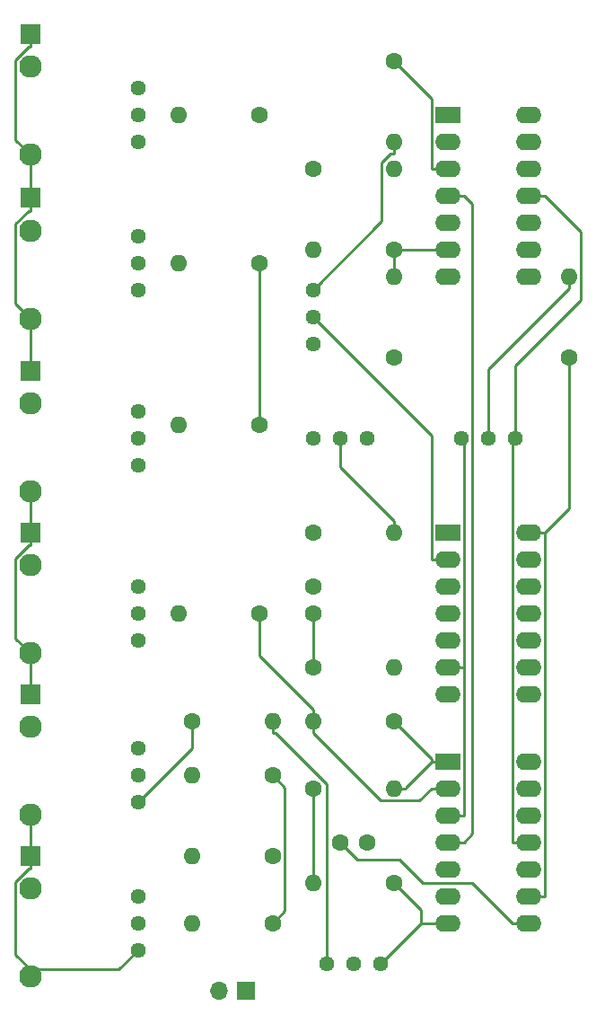
<source format=gtl>
%TF.GenerationSoftware,KiCad,Pcbnew,(5.1.12)-1*%
%TF.CreationDate,2021-11-21T15:36:10-08:00*%
%TF.ProjectId,VCF,5643462e-6b69-4636-9164-5f7063625858,rev?*%
%TF.SameCoordinates,Original*%
%TF.FileFunction,Copper,L1,Top*%
%TF.FilePolarity,Positive*%
%FSLAX46Y46*%
G04 Gerber Fmt 4.6, Leading zero omitted, Abs format (unit mm)*
G04 Created by KiCad (PCBNEW (5.1.12)-1) date 2021-11-21 15:36:10*
%MOMM*%
%LPD*%
G01*
G04 APERTURE LIST*
%TA.AperFunction,ComponentPad*%
%ADD10O,2.400000X1.600000*%
%TD*%
%TA.AperFunction,ComponentPad*%
%ADD11R,2.400000X1.600000*%
%TD*%
%TA.AperFunction,ComponentPad*%
%ADD12C,1.440000*%
%TD*%
%TA.AperFunction,ComponentPad*%
%ADD13O,1.600000X1.600000*%
%TD*%
%TA.AperFunction,ComponentPad*%
%ADD14C,1.600000*%
%TD*%
%TA.AperFunction,ComponentPad*%
%ADD15C,2.130000*%
%TD*%
%TA.AperFunction,ComponentPad*%
%ADD16R,1.930000X1.830000*%
%TD*%
%TA.AperFunction,ComponentPad*%
%ADD17O,1.700000X1.700000*%
%TD*%
%TA.AperFunction,ComponentPad*%
%ADD18R,1.700000X1.700000*%
%TD*%
%TA.AperFunction,Conductor*%
%ADD19C,0.250000*%
%TD*%
G04 APERTURE END LIST*
D10*
%TO.P,U2,14*%
%TO.N,N/C*%
X116840000Y-104140000D03*
%TO.P,U2,7*%
%TO.N,Net-(R17-Pad1)*%
X109220000Y-119380000D03*
%TO.P,U2,13*%
%TO.N,N/C*%
X116840000Y-106680000D03*
%TO.P,U2,6*%
%TO.N,Net-(R17-Pad2)*%
X109220000Y-116840000D03*
%TO.P,U2,12*%
%TO.N,N/C*%
X116840000Y-109220000D03*
%TO.P,U2,5*%
%TO.N,GND*%
X109220000Y-114300000D03*
%TO.P,U2,11*%
%TO.N,-12V*%
X116840000Y-111760000D03*
%TO.P,U2,4*%
%TO.N,+12V*%
X109220000Y-111760000D03*
%TO.P,U2,10*%
%TO.N,GND*%
X116840000Y-114300000D03*
%TO.P,U2,3*%
X109220000Y-109220000D03*
%TO.P,U2,9*%
%TO.N,Net-(C2-Pad2)*%
X116840000Y-116840000D03*
%TO.P,U2,2*%
%TO.N,Net-(R11-Pad2)*%
X109220000Y-106680000D03*
%TO.P,U2,8*%
%TO.N,Net-(C2-Pad1)*%
X116840000Y-119380000D03*
D11*
%TO.P,U2,1*%
%TO.N,Net-(R11-Pad1)*%
X109220000Y-104140000D03*
%TD*%
D10*
%TO.P,U1,14*%
%TO.N,N/C*%
X116840000Y-43180000D03*
%TO.P,U1,7*%
%TO.N,Net-(R2-Pad1)*%
X109220000Y-58420000D03*
%TO.P,U1,13*%
%TO.N,N/C*%
X116840000Y-45720000D03*
%TO.P,U1,6*%
%TO.N,Net-(R1-Pad1)*%
X109220000Y-55880000D03*
%TO.P,U1,12*%
%TO.N,N/C*%
X116840000Y-48260000D03*
%TO.P,U1,5*%
%TO.N,GND*%
X109220000Y-53340000D03*
%TO.P,U1,11*%
%TO.N,-12V*%
X116840000Y-50800000D03*
%TO.P,U1,4*%
%TO.N,+12V*%
X109220000Y-50800000D03*
%TO.P,U1,10*%
%TO.N,GND*%
X116840000Y-53340000D03*
%TO.P,U1,3*%
X109220000Y-48260000D03*
%TO.P,U1,9*%
%TO.N,Net-(C1-Pad2)*%
X116840000Y-55880000D03*
%TO.P,U1,2*%
%TO.N,Net-(R5-Pad1)*%
X109220000Y-45720000D03*
%TO.P,U1,8*%
%TO.N,Net-(C1-Pad1)*%
X116840000Y-58420000D03*
D11*
%TO.P,U1,1*%
%TO.N,Net-(R1-Pad2)*%
X109220000Y-43180000D03*
%TD*%
D12*
%TO.P,RV10,3*%
%TO.N,GND*%
X80010000Y-92710000D03*
%TO.P,RV10,2*%
%TO.N,Net-(R16-Pad2)*%
X80010000Y-90170000D03*
%TO.P,RV10,1*%
%TO.N,Net-(J7-PadTN)*%
X80010000Y-87630000D03*
%TD*%
%TO.P,RV9,3*%
%TO.N,GND*%
X80010000Y-107950000D03*
%TO.P,RV9,2*%
%TO.N,Net-(R15-Pad2)*%
X80010000Y-105410000D03*
%TO.P,RV9,1*%
%TO.N,Net-(J6-PadTN)*%
X80010000Y-102870000D03*
%TD*%
%TO.P,RV8,3*%
%TO.N,GND*%
X80010000Y-121920000D03*
%TO.P,RV8,2*%
%TO.N,Net-(R14-Pad2)*%
X80010000Y-119380000D03*
%TO.P,RV8,1*%
%TO.N,Net-(J5-PadTN)*%
X80010000Y-116840000D03*
%TD*%
%TO.P,RV7,3*%
%TO.N,Net-(R13-Pad2)*%
X97790000Y-123190000D03*
%TO.P,RV7,2*%
%TO.N,Net-(Q1-Pad13)*%
X100330000Y-123190000D03*
%TO.P,RV7,1*%
%TO.N,Net-(R17-Pad1)*%
X102870000Y-123190000D03*
%TD*%
%TO.P,RV6,3*%
%TO.N,-12V*%
X115570000Y-73660000D03*
%TO.P,RV6,2*%
%TO.N,Net-(R12-Pad2)*%
X113030000Y-73660000D03*
%TO.P,RV6,1*%
%TO.N,GND*%
X110490000Y-73660000D03*
%TD*%
%TO.P,RV5,3*%
%TO.N,-12V*%
X96520000Y-73660000D03*
%TO.P,RV5,2*%
%TO.N,Net-(R4-Pad2)*%
X99060000Y-73660000D03*
%TO.P,RV5,1*%
%TO.N,GND*%
X101600000Y-73660000D03*
%TD*%
%TO.P,RV4,3*%
%TO.N,GND*%
X80010000Y-71120000D03*
%TO.P,RV4,2*%
%TO.N,Net-(R7-Pad2)*%
X80010000Y-73660000D03*
%TO.P,RV4,1*%
%TO.N,Net-(J1-PadTN)*%
X80010000Y-76200000D03*
%TD*%
%TO.P,RV3,3*%
%TO.N,GND*%
X80010000Y-59690000D03*
%TO.P,RV3,2*%
%TO.N,Net-(R6-Pad2)*%
X80010000Y-57150000D03*
%TO.P,RV3,1*%
%TO.N,Net-(J2-PadTN)*%
X80010000Y-54610000D03*
%TD*%
%TO.P,RV2,3*%
%TO.N,GND*%
X80010000Y-45720000D03*
%TO.P,RV2,2*%
%TO.N,Net-(R5-Pad2)*%
X80010000Y-43180000D03*
%TO.P,RV2,1*%
%TO.N,Net-(J3-PadTN)*%
X80010000Y-40640000D03*
%TD*%
%TO.P,RV1,3*%
%TO.N,Net-(R3-Pad2)*%
X96520000Y-59690000D03*
%TO.P,RV1,2*%
%TO.N,Net-(Q1-Pad2)*%
X96520000Y-62230000D03*
%TO.P,RV1,1*%
%TO.N,Net-(R2-Pad1)*%
X96520000Y-64770000D03*
%TD*%
D13*
%TO.P,R18,2*%
%TO.N,Net-(R11-Pad1)*%
X104140000Y-106680000D03*
D14*
%TO.P,R18,1*%
%TO.N,Net-(R17-Pad2)*%
X96520000Y-106680000D03*
%TD*%
D13*
%TO.P,R17,2*%
%TO.N,Net-(R17-Pad2)*%
X96520000Y-115570000D03*
D14*
%TO.P,R17,1*%
%TO.N,Net-(R17-Pad1)*%
X104140000Y-115570000D03*
%TD*%
D13*
%TO.P,R16,2*%
%TO.N,Net-(R16-Pad2)*%
X83820000Y-90170000D03*
D14*
%TO.P,R16,1*%
%TO.N,Net-(R11-Pad2)*%
X91440000Y-90170000D03*
%TD*%
D13*
%TO.P,R15,2*%
%TO.N,Net-(R15-Pad2)*%
X85090000Y-105410000D03*
D14*
%TO.P,R15,1*%
%TO.N,Net-(R11-Pad2)*%
X92710000Y-105410000D03*
%TD*%
D13*
%TO.P,R14,2*%
%TO.N,Net-(R14-Pad2)*%
X85090000Y-119380000D03*
D14*
%TO.P,R14,1*%
%TO.N,Net-(R11-Pad2)*%
X92710000Y-119380000D03*
%TD*%
D13*
%TO.P,R13,2*%
%TO.N,Net-(R13-Pad2)*%
X92710000Y-100330000D03*
D14*
%TO.P,R13,1*%
%TO.N,GND*%
X85090000Y-100330000D03*
%TD*%
D13*
%TO.P,R12,2*%
%TO.N,Net-(R12-Pad2)*%
X120650000Y-58420000D03*
D14*
%TO.P,R12,1*%
%TO.N,Net-(C2-Pad2)*%
X120650000Y-66040000D03*
%TD*%
D13*
%TO.P,R11,2*%
%TO.N,Net-(R11-Pad2)*%
X96520000Y-100330000D03*
D14*
%TO.P,R11,1*%
%TO.N,Net-(R11-Pad1)*%
X104140000Y-100330000D03*
%TD*%
D13*
%TO.P,R10,2*%
%TO.N,Net-(Q1-Pad10)*%
X85090000Y-113030000D03*
D14*
%TO.P,R10,1*%
%TO.N,Net-(C2-Pad1)*%
X92710000Y-113030000D03*
%TD*%
D13*
%TO.P,R9,2*%
%TO.N,Net-(R5-Pad1)*%
X96520000Y-55880000D03*
D14*
%TO.P,R9,1*%
%TO.N,Net-(R1-Pad2)*%
X96520000Y-48260000D03*
%TD*%
D13*
%TO.P,R8,2*%
%TO.N,Net-(Q1-Pad3)*%
X104140000Y-95250000D03*
D14*
%TO.P,R8,1*%
%TO.N,Net-(C1-Pad1)*%
X96520000Y-95250000D03*
%TD*%
D13*
%TO.P,R7,2*%
%TO.N,Net-(R7-Pad2)*%
X83820000Y-72390000D03*
D14*
%TO.P,R7,1*%
%TO.N,Net-(R5-Pad1)*%
X91440000Y-72390000D03*
%TD*%
D13*
%TO.P,R6,2*%
%TO.N,Net-(R6-Pad2)*%
X83820000Y-57150000D03*
D14*
%TO.P,R6,1*%
%TO.N,Net-(R5-Pad1)*%
X91440000Y-57150000D03*
%TD*%
D13*
%TO.P,R5,2*%
%TO.N,Net-(R5-Pad2)*%
X83820000Y-43180000D03*
D14*
%TO.P,R5,1*%
%TO.N,Net-(R5-Pad1)*%
X91440000Y-43180000D03*
%TD*%
D13*
%TO.P,R4,2*%
%TO.N,Net-(R4-Pad2)*%
X104140000Y-82550000D03*
D14*
%TO.P,R4,1*%
%TO.N,Net-(C1-Pad2)*%
X96520000Y-82550000D03*
%TD*%
D13*
%TO.P,R3,2*%
%TO.N,Net-(R3-Pad2)*%
X104140000Y-45720000D03*
D14*
%TO.P,R3,1*%
%TO.N,GND*%
X104140000Y-38100000D03*
%TD*%
D13*
%TO.P,R2,2*%
%TO.N,Net-(R1-Pad1)*%
X104140000Y-58420000D03*
D14*
%TO.P,R2,1*%
%TO.N,Net-(R2-Pad1)*%
X104140000Y-66040000D03*
%TD*%
D13*
%TO.P,R1,2*%
%TO.N,Net-(R1-Pad2)*%
X104140000Y-48260000D03*
D14*
%TO.P,R1,1*%
%TO.N,Net-(R1-Pad1)*%
X104140000Y-55880000D03*
%TD*%
D10*
%TO.P,Q1,14*%
%TO.N,Net-(C2-Pad2)*%
X116840000Y-82550000D03*
%TO.P,Q1,7*%
%TO.N,Net-(J4-Pad2)*%
X109220000Y-97790000D03*
%TO.P,Q1,13*%
%TO.N,Net-(Q1-Pad13)*%
X116840000Y-85090000D03*
%TO.P,Q1,6*%
%TO.N,GND*%
X109220000Y-95250000D03*
%TO.P,Q1,12*%
%TO.N,Net-(Q1-Pad10)*%
X116840000Y-87630000D03*
%TO.P,Q1,5*%
%TO.N,Net-(Q1-Pad3)*%
X109220000Y-92710000D03*
%TO.P,Q1,11*%
%TO.N,Net-(Q1-Pad11)*%
X116840000Y-90170000D03*
%TO.P,Q1,4*%
%TO.N,Net-(Q1-Pad4)*%
X109220000Y-90170000D03*
%TO.P,Q1,10*%
%TO.N,Net-(Q1-Pad10)*%
X116840000Y-92710000D03*
%TO.P,Q1,3*%
%TO.N,Net-(Q1-Pad3)*%
X109220000Y-87630000D03*
%TO.P,Q1,9*%
%TO.N,GND*%
X116840000Y-95250000D03*
%TO.P,Q1,2*%
%TO.N,Net-(Q1-Pad2)*%
X109220000Y-85090000D03*
%TO.P,Q1,8*%
%TO.N,Net-(J4-Pad1)*%
X116840000Y-97790000D03*
D11*
%TO.P,Q1,1*%
%TO.N,Net-(C1-Pad2)*%
X109220000Y-82550000D03*
%TD*%
D15*
%TO.P,J7,T*%
%TO.N,GND*%
X69850000Y-93950000D03*
D16*
%TO.P,J7,S*%
X69850000Y-82550000D03*
D15*
%TO.P,J7,TN*%
%TO.N,Net-(J7-PadTN)*%
X69850000Y-85650000D03*
%TD*%
%TO.P,J6,T*%
%TO.N,GND*%
X69850000Y-109190000D03*
D16*
%TO.P,J6,S*%
X69850000Y-97790000D03*
D15*
%TO.P,J6,TN*%
%TO.N,Net-(J6-PadTN)*%
X69850000Y-100890000D03*
%TD*%
%TO.P,J5,T*%
%TO.N,GND*%
X69850000Y-124430000D03*
D16*
%TO.P,J5,S*%
X69850000Y-113030000D03*
D15*
%TO.P,J5,TN*%
%TO.N,Net-(J5-PadTN)*%
X69850000Y-116130000D03*
%TD*%
D17*
%TO.P,J4,2*%
%TO.N,Net-(J4-Pad2)*%
X87630000Y-125730000D03*
D18*
%TO.P,J4,1*%
%TO.N,Net-(J4-Pad1)*%
X90170000Y-125730000D03*
%TD*%
D15*
%TO.P,J3,T*%
%TO.N,GND*%
X69850000Y-46960000D03*
D16*
%TO.P,J3,S*%
X69850000Y-35560000D03*
D15*
%TO.P,J3,TN*%
%TO.N,Net-(J3-PadTN)*%
X69850000Y-38660000D03*
%TD*%
%TO.P,J2,T*%
%TO.N,GND*%
X69850000Y-62390000D03*
D16*
%TO.P,J2,S*%
X69850000Y-50990000D03*
D15*
%TO.P,J2,TN*%
%TO.N,Net-(J2-PadTN)*%
X69850000Y-54090000D03*
%TD*%
%TO.P,J1,T*%
%TO.N,GND*%
X69850000Y-78710000D03*
D16*
%TO.P,J1,S*%
X69850000Y-67310000D03*
D15*
%TO.P,J1,TN*%
%TO.N,Net-(J1-PadTN)*%
X69850000Y-70410000D03*
%TD*%
D14*
%TO.P,C2,2*%
%TO.N,Net-(C2-Pad2)*%
X101600000Y-111760000D03*
%TO.P,C2,1*%
%TO.N,Net-(C2-Pad1)*%
X99100000Y-111760000D03*
%TD*%
%TO.P,C1,2*%
%TO.N,Net-(C1-Pad2)*%
X96520000Y-87670000D03*
%TO.P,C1,1*%
%TO.N,Net-(C1-Pad1)*%
X96520000Y-90170000D03*
%TD*%
D19*
%TO.N,Net-(C1-Pad1)*%
X96520000Y-90170000D02*
X96520000Y-95250000D01*
%TO.N,GND*%
X69850000Y-50990000D02*
X69850000Y-52230300D01*
X69850000Y-62390000D02*
X68458000Y-60998000D01*
X68458000Y-60998000D02*
X68458000Y-53467300D01*
X68458000Y-53467300D02*
X69695000Y-52230300D01*
X69695000Y-52230300D02*
X69850000Y-52230300D01*
X69850000Y-67310000D02*
X69850000Y-62390000D01*
X69850000Y-123734800D02*
X78195200Y-123734800D01*
X78195200Y-123734800D02*
X80010000Y-121920000D01*
X69850000Y-114270300D02*
X69695000Y-114270300D01*
X69695000Y-114270300D02*
X68459600Y-115505700D01*
X68459600Y-115505700D02*
X68459600Y-122344400D01*
X68459600Y-122344400D02*
X69850000Y-123734800D01*
X69850000Y-124430000D02*
X69850000Y-123734800D01*
X69850000Y-50990000D02*
X69850000Y-46960000D01*
X109220000Y-109220000D02*
X110745300Y-109220000D01*
X110745300Y-95250000D02*
X110745300Y-109220000D01*
X110490000Y-73660000D02*
X110745300Y-73915300D01*
X110745300Y-73915300D02*
X110745300Y-95250000D01*
X109220000Y-95250000D02*
X110745300Y-95250000D01*
X109220000Y-48260000D02*
X107694700Y-48260000D01*
X104140000Y-38100000D02*
X107694700Y-41654700D01*
X107694700Y-41654700D02*
X107694700Y-48260000D01*
X69850000Y-35560000D02*
X69850000Y-36800300D01*
X69850000Y-46960000D02*
X68458000Y-45568000D01*
X68458000Y-45568000D02*
X68458000Y-38037300D01*
X68458000Y-38037300D02*
X69695000Y-36800300D01*
X69695000Y-36800300D02*
X69850000Y-36800300D01*
X85090000Y-100330000D02*
X85090000Y-102870000D01*
X85090000Y-102870000D02*
X80010000Y-107950000D01*
X69850000Y-113030000D02*
X69850000Y-109190000D01*
X69850000Y-113030000D02*
X69850000Y-114270300D01*
X69850000Y-82550000D02*
X69850000Y-83790300D01*
X69850000Y-83790300D02*
X69695000Y-83790300D01*
X69695000Y-83790300D02*
X68459500Y-85025800D01*
X68459500Y-85025800D02*
X68459500Y-92559500D01*
X68459500Y-92559500D02*
X69850000Y-93950000D01*
X69850000Y-78710000D02*
X69850000Y-82550000D01*
X69850000Y-97790000D02*
X69850000Y-93950000D01*
%TO.N,Net-(Q1-Pad2)*%
X109220000Y-85090000D02*
X107694700Y-85090000D01*
X107694700Y-85090000D02*
X107694700Y-73404700D01*
X107694700Y-73404700D02*
X96520000Y-62230000D01*
%TO.N,Net-(R1-Pad1)*%
X104140000Y-55880000D02*
X107694700Y-55880000D01*
X109220000Y-55880000D02*
X107694700Y-55880000D01*
X104140000Y-55880000D02*
X104140000Y-58420000D01*
%TO.N,Net-(R3-Pad2)*%
X104140000Y-45720000D02*
X104140000Y-46845300D01*
X104140000Y-46845300D02*
X103858600Y-46845300D01*
X103858600Y-46845300D02*
X103014700Y-47689200D01*
X103014700Y-47689200D02*
X103014700Y-53195300D01*
X103014700Y-53195300D02*
X96520000Y-59690000D01*
%TO.N,Net-(R4-Pad2)*%
X104140000Y-82550000D02*
X104140000Y-81424700D01*
X104140000Y-81424700D02*
X99060000Y-76344700D01*
X99060000Y-76344700D02*
X99060000Y-73660000D01*
%TO.N,Net-(R5-Pad1)*%
X91440000Y-72390000D02*
X91440000Y-57150000D01*
%TO.N,-12V*%
X116840000Y-111760000D02*
X115314700Y-111760000D01*
X115570000Y-73660000D02*
X115314700Y-73915300D01*
X115314700Y-73915300D02*
X115314700Y-111760000D01*
X118365300Y-50800000D02*
X121780100Y-54214800D01*
X121780100Y-54214800D02*
X121780100Y-60636500D01*
X121780100Y-60636500D02*
X115570000Y-66846600D01*
X115570000Y-66846600D02*
X115570000Y-73660000D01*
X116840000Y-50800000D02*
X118365300Y-50800000D01*
%TO.N,+12V*%
X109220000Y-111760000D02*
X110745300Y-111760000D01*
X109220000Y-50800000D02*
X110745300Y-50800000D01*
X110745300Y-50800000D02*
X111554600Y-51609300D01*
X111554600Y-51609300D02*
X111554600Y-110950700D01*
X111554600Y-110950700D02*
X110745300Y-111760000D01*
%TO.N,Net-(C2-Pad2)*%
X120650000Y-66040000D02*
X120650000Y-80265300D01*
X120650000Y-80265300D02*
X118365300Y-82550000D01*
X116840000Y-82550000D02*
X118365300Y-82550000D01*
X116840000Y-116840000D02*
X118365300Y-116840000D01*
X118365300Y-116840000D02*
X118365300Y-82550000D01*
%TO.N,Net-(C2-Pad1)*%
X116840000Y-119380000D02*
X115314700Y-119380000D01*
X99100000Y-111760000D02*
X100713100Y-113373100D01*
X100713100Y-113373100D02*
X104691300Y-113373100D01*
X104691300Y-113373100D02*
X106888200Y-115570000D01*
X106888200Y-115570000D02*
X111504700Y-115570000D01*
X111504700Y-115570000D02*
X115314700Y-119380000D01*
%TO.N,Net-(R11-Pad2)*%
X92710000Y-105410000D02*
X93869500Y-106569500D01*
X93869500Y-106569500D02*
X93869500Y-118220500D01*
X93869500Y-118220500D02*
X92710000Y-119380000D01*
X96520000Y-100330000D02*
X96520000Y-99204700D01*
X96520000Y-99204700D02*
X91440000Y-94124700D01*
X91440000Y-94124700D02*
X91440000Y-90170000D01*
X96520000Y-100892600D02*
X96520000Y-101455300D01*
X96520000Y-100892600D02*
X96520000Y-100330000D01*
X109220000Y-106680000D02*
X107694700Y-106680000D01*
X96520000Y-101455300D02*
X102894000Y-107829300D01*
X102894000Y-107829300D02*
X106545400Y-107829300D01*
X106545400Y-107829300D02*
X107694700Y-106680000D01*
%TO.N,Net-(R11-Pad1)*%
X104140000Y-106680000D02*
X105265300Y-106680000D01*
X105265300Y-106680000D02*
X105265300Y-106569400D01*
X105265300Y-106569400D02*
X107694700Y-104140000D01*
X109220000Y-104140000D02*
X107694700Y-104140000D01*
X104140000Y-100330000D02*
X107694700Y-103884700D01*
X107694700Y-103884700D02*
X107694700Y-104140000D01*
%TO.N,Net-(R12-Pad2)*%
X120650000Y-58420000D02*
X120650000Y-59545300D01*
X120650000Y-59545300D02*
X113030000Y-67165300D01*
X113030000Y-67165300D02*
X113030000Y-73660000D01*
%TO.N,Net-(R13-Pad2)*%
X92710000Y-100330000D02*
X92710000Y-101455300D01*
X92710000Y-101455300D02*
X92991300Y-101455300D01*
X92991300Y-101455300D02*
X97790000Y-106254000D01*
X97790000Y-106254000D02*
X97790000Y-123190000D01*
%TO.N,Net-(R17-Pad2)*%
X96520000Y-115570000D02*
X96520000Y-106680000D01*
%TO.N,Net-(R17-Pad1)*%
X106680000Y-119380000D02*
X102870000Y-123190000D01*
X108457400Y-119380000D02*
X106680000Y-119380000D01*
X104140000Y-115570000D02*
X106680000Y-118110000D01*
X106680000Y-118110000D02*
X106680000Y-119380000D01*
X109220000Y-119380000D02*
X108457400Y-119380000D01*
%TD*%
M02*

</source>
